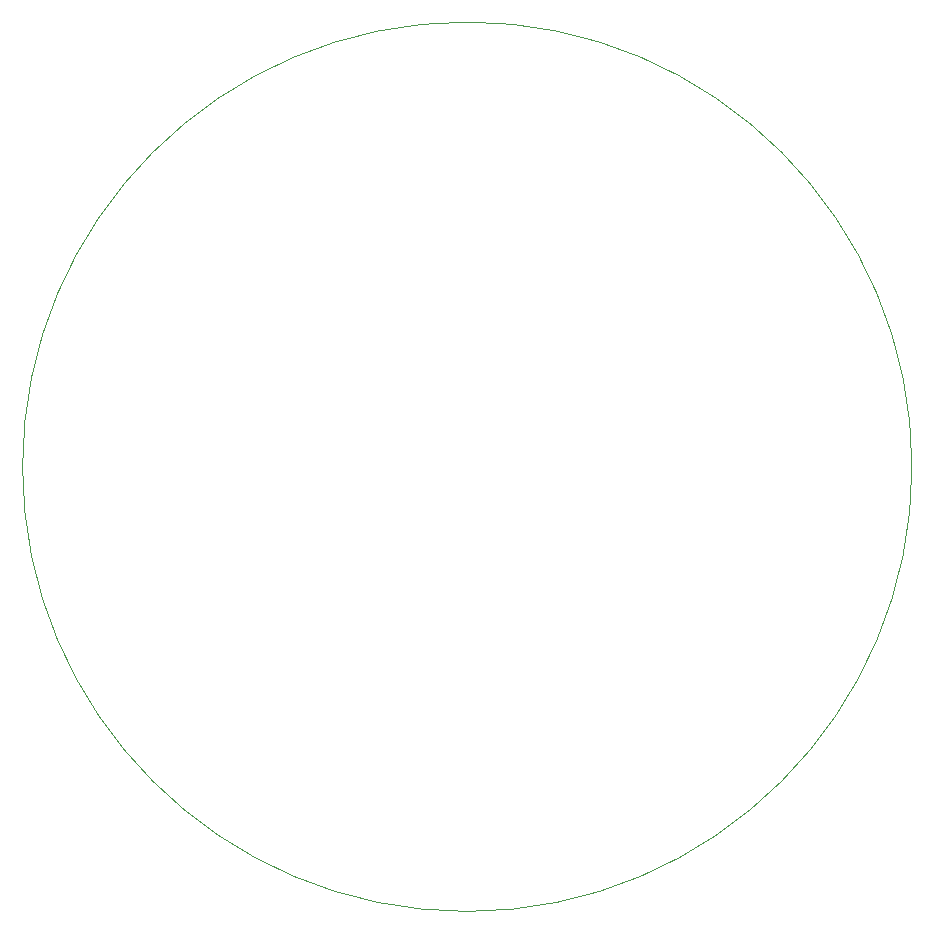
<source format=gbr>
%TF.GenerationSoftware,KiCad,Pcbnew,8.0.7*%
%TF.CreationDate,2025-05-01T23:39:49-04:00*%
%TF.ProjectId,Celeste Keychain,43656c65-7374-4652-904b-657963686169,rev?*%
%TF.SameCoordinates,Original*%
%TF.FileFunction,Profile,NP*%
%FSLAX46Y46*%
G04 Gerber Fmt 4.6, Leading zero omitted, Abs format (unit mm)*
G04 Created by KiCad (PCBNEW 8.0.7) date 2025-05-01 23:39:49*
%MOMM*%
%LPD*%
G01*
G04 APERTURE LIST*
%TA.AperFunction,Profile*%
%ADD10C,0.050000*%
%TD*%
G04 APERTURE END LIST*
D10*
X161026736Y-66675000D02*
G75*
G02*
X85725000Y-66675000I-37650868J0D01*
G01*
X85725000Y-66675000D02*
G75*
G02*
X161026736Y-66675000I37650868J0D01*
G01*
M02*

</source>
